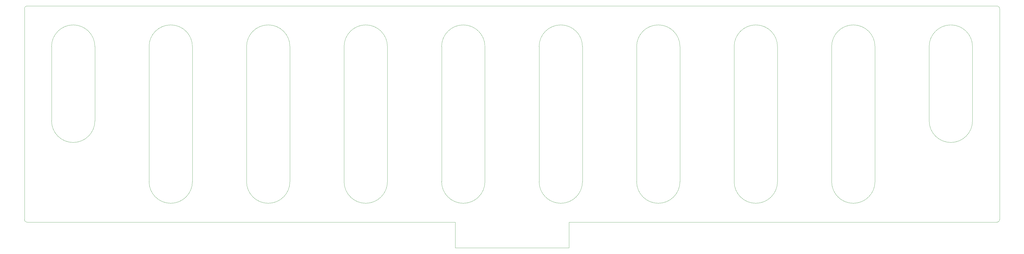
<source format=gbr>
%TF.GenerationSoftware,KiCad,Pcbnew,(5.1.6)-1*%
%TF.CreationDate,2022-08-08T14:05:23-07:00*%
%TF.ProjectId,NiCd Battery Shield - VP400KH,4e694364-2042-4617-9474-657279205368,1*%
%TF.SameCoordinates,Original*%
%TF.FileFunction,Profile,NP*%
%FSLAX46Y46*%
G04 Gerber Fmt 4.6, Leading zero omitted, Abs format (unit mm)*
G04 Created by KiCad (PCBNEW (5.1.6)-1) date 2022-08-08 14:05:23*
%MOMM*%
%LPD*%
G01*
G04 APERTURE LIST*
%TA.AperFunction,Profile*%
%ADD10C,0.050000*%
%TD*%
G04 APERTURE END LIST*
D10*
X390000000Y-162500000D02*
G75*
G02*
X374000000Y-162500000I-8000000J0D01*
G01*
X41000000Y-200000000D02*
X199000000Y-200000000D01*
X241000000Y-200000000D02*
X399000000Y-200000000D01*
X241000000Y-209500000D02*
X241000000Y-200000000D01*
X199000000Y-209500000D02*
X241000000Y-209500000D01*
X199000000Y-200000000D02*
X199000000Y-209500000D01*
X50000000Y-135000000D02*
G75*
G02*
X66000000Y-135000000I8000000J0D01*
G01*
X86000000Y-135000000D02*
G75*
G02*
X102000000Y-135000000I8000000J0D01*
G01*
X122000000Y-135000000D02*
G75*
G02*
X138000000Y-135000000I8000000J0D01*
G01*
X158000000Y-135000000D02*
G75*
G02*
X174000000Y-135000000I8000000J0D01*
G01*
X194000000Y-135000000D02*
G75*
G02*
X210000000Y-135000000I8000000J0D01*
G01*
X230000000Y-135000000D02*
G75*
G02*
X246000000Y-135000000I8000000J0D01*
G01*
X266000000Y-135000000D02*
G75*
G02*
X282000000Y-135000000I8000000J0D01*
G01*
X66000000Y-162500000D02*
G75*
G02*
X50000000Y-162500000I-8000000J0D01*
G01*
X102000000Y-185000000D02*
G75*
G02*
X86000000Y-185000000I-8000000J0D01*
G01*
X138000000Y-185000000D02*
G75*
G02*
X122000000Y-185000000I-8000000J0D01*
G01*
X174000000Y-185000000D02*
G75*
G02*
X158000000Y-185000000I-8000000J0D01*
G01*
X210000000Y-185000000D02*
G75*
G02*
X194000000Y-185000000I-8000000J0D01*
G01*
X246000000Y-185000000D02*
G75*
G02*
X230000000Y-185000000I-8000000J0D01*
G01*
X282000000Y-185000000D02*
G75*
G02*
X266000000Y-185000000I-8000000J0D01*
G01*
X66000000Y-135000000D02*
X66000000Y-162500000D01*
X102000000Y-135000000D02*
X102000000Y-185000000D01*
X138000000Y-135000000D02*
X138000000Y-185000000D01*
X174000000Y-135000000D02*
X174000000Y-185000000D01*
X210000000Y-135000000D02*
X210000000Y-185000000D01*
X246000000Y-135000000D02*
X246000000Y-185000000D01*
X282000000Y-135000000D02*
X282000000Y-185000000D01*
X50000000Y-162500000D02*
X50000000Y-135000000D01*
X86000000Y-185000000D02*
X86000000Y-135000000D01*
X122000000Y-185000000D02*
X122000000Y-135000000D01*
X158000000Y-185000000D02*
X158000000Y-135000000D01*
X194000000Y-185000000D02*
X194000000Y-135000000D01*
X230000000Y-185000000D02*
X230000000Y-135000000D01*
X266000000Y-185000000D02*
X266000000Y-135000000D01*
X302000000Y-185000000D02*
X302000000Y-135000000D01*
X318000000Y-135000000D02*
X318000000Y-185000000D01*
X302000000Y-135000000D02*
G75*
G02*
X318000000Y-135000000I8000000J0D01*
G01*
X318000000Y-185000000D02*
G75*
G02*
X302000000Y-185000000I-8000000J0D01*
G01*
X354000000Y-135000000D02*
X354000000Y-185000000D01*
X338000000Y-185000000D02*
X338000000Y-135000000D01*
X354000000Y-185000000D02*
G75*
G02*
X338000000Y-185000000I-8000000J0D01*
G01*
X338000000Y-135000000D02*
G75*
G02*
X354000000Y-135000000I8000000J0D01*
G01*
X390000000Y-135000000D02*
X390000000Y-162500000D01*
X374000000Y-135000000D02*
X374000000Y-162500000D01*
X374000000Y-135000000D02*
G75*
G02*
X390000000Y-135000000I8000000J0D01*
G01*
X400000000Y-199000000D02*
G75*
G02*
X399000000Y-200000000I-1000000J0D01*
G01*
X399000000Y-120000000D02*
G75*
G02*
X400000000Y-121000000I0J-1000000D01*
G01*
X40000000Y-121000000D02*
G75*
G02*
X41000000Y-120000000I1000000J0D01*
G01*
X41000000Y-200000000D02*
G75*
G02*
X40000000Y-199000000I0J1000000D01*
G01*
X40000000Y-121000000D02*
X40000000Y-199000000D01*
X399000000Y-120000000D02*
X41000000Y-120000000D01*
X400000000Y-199000000D02*
X400000000Y-121000000D01*
M02*

</source>
